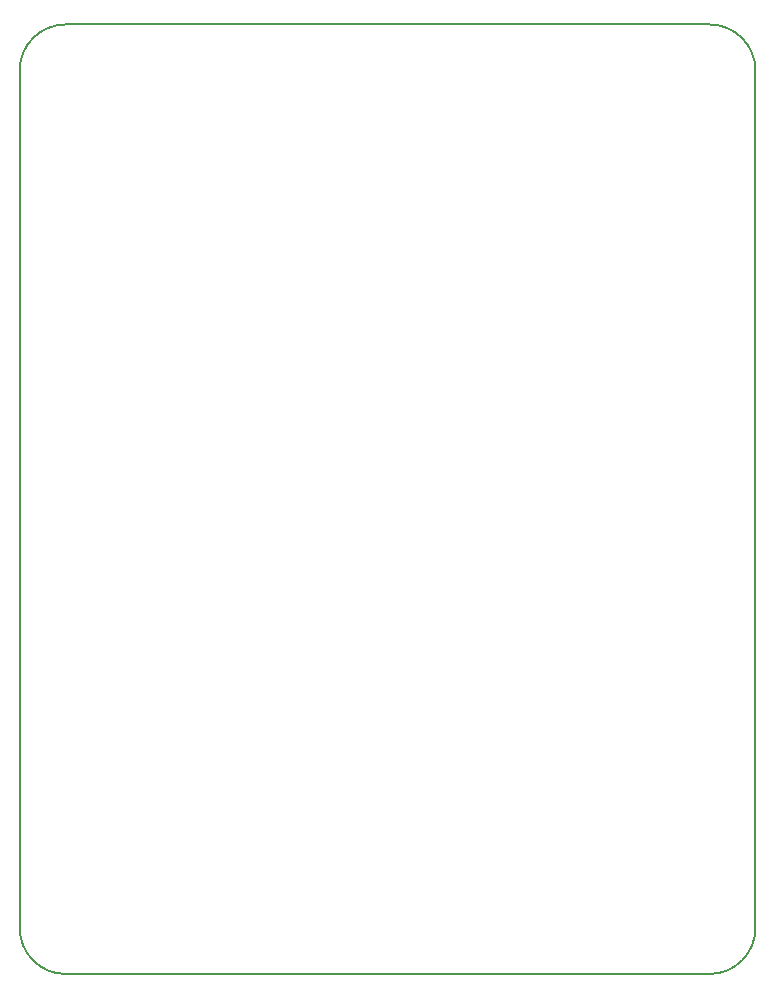
<source format=gko>
G04 Layer_Color=16711935*
%FSLAX25Y25*%
%MOIN*%
G70*
G01*
G75*
%ADD49C,0.00787*%
D49*
X495374Y486224D02*
G03*
X510732Y470865I15358J0D01*
G01*
X725291Y470866D02*
G03*
X740650Y486224I0J15358D01*
G01*
Y772043D02*
G03*
X725291Y787402I-15358J0D01*
G01*
X510732Y787406D02*
G03*
X495374Y772048I0J-15358D01*
G01*
Y486221D02*
Y772047D01*
X740650Y486216D02*
Y772043D01*
X510732Y470865D02*
X725291D01*
X510733Y787402D02*
X725291D01*
M02*

</source>
